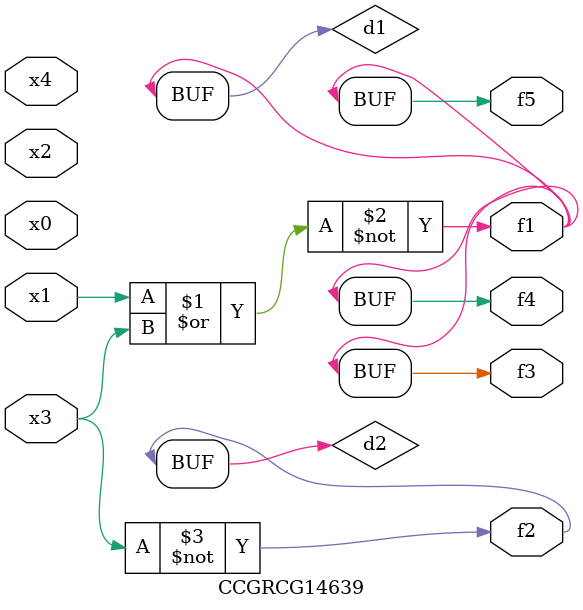
<source format=v>
module CCGRCG14639(
	input x0, x1, x2, x3, x4,
	output f1, f2, f3, f4, f5
);

	wire d1, d2;

	nor (d1, x1, x3);
	not (d2, x3);
	assign f1 = d1;
	assign f2 = d2;
	assign f3 = d1;
	assign f4 = d1;
	assign f5 = d1;
endmodule

</source>
